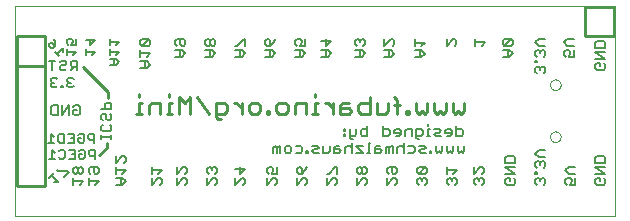
<source format=gbo>
G75*
G70*
%OFA0B0*%
%FSLAX24Y24*%
%IPPOS*%
%LPD*%
%AMOC8*
5,1,8,0,0,1.08239X$1,22.5*
%
%ADD10C,0.0000*%
%ADD11C,0.0070*%
%ADD12C,0.0060*%
%ADD13C,0.0100*%
D10*
X000150Y000150D02*
X000150Y007150D01*
X020150Y007150D01*
X020150Y000150D01*
X000150Y000150D01*
X017973Y002784D02*
X017975Y002810D01*
X017981Y002836D01*
X017991Y002861D01*
X018004Y002884D01*
X018020Y002904D01*
X018040Y002922D01*
X018062Y002937D01*
X018085Y002949D01*
X018111Y002957D01*
X018137Y002961D01*
X018163Y002961D01*
X018189Y002957D01*
X018215Y002949D01*
X018239Y002937D01*
X018260Y002922D01*
X018280Y002904D01*
X018296Y002884D01*
X018309Y002861D01*
X018319Y002836D01*
X018325Y002810D01*
X018327Y002784D01*
X018325Y002758D01*
X018319Y002732D01*
X018309Y002707D01*
X018296Y002684D01*
X018280Y002664D01*
X018260Y002646D01*
X018238Y002631D01*
X018215Y002619D01*
X018189Y002611D01*
X018163Y002607D01*
X018137Y002607D01*
X018111Y002611D01*
X018085Y002619D01*
X018061Y002631D01*
X018040Y002646D01*
X018020Y002664D01*
X018004Y002684D01*
X017991Y002707D01*
X017981Y002732D01*
X017975Y002758D01*
X017973Y002784D01*
X017973Y004516D02*
X017975Y004542D01*
X017981Y004568D01*
X017991Y004593D01*
X018004Y004616D01*
X018020Y004636D01*
X018040Y004654D01*
X018062Y004669D01*
X018085Y004681D01*
X018111Y004689D01*
X018137Y004693D01*
X018163Y004693D01*
X018189Y004689D01*
X018215Y004681D01*
X018239Y004669D01*
X018260Y004654D01*
X018280Y004636D01*
X018296Y004616D01*
X018309Y004593D01*
X018319Y004568D01*
X018325Y004542D01*
X018327Y004516D01*
X018325Y004490D01*
X018319Y004464D01*
X018309Y004439D01*
X018296Y004416D01*
X018280Y004396D01*
X018260Y004378D01*
X018238Y004363D01*
X018215Y004351D01*
X018189Y004343D01*
X018163Y004339D01*
X018137Y004339D01*
X018111Y004343D01*
X018085Y004351D01*
X018061Y004363D01*
X018040Y004378D01*
X018020Y004396D01*
X018004Y004416D01*
X017991Y004439D01*
X017981Y004464D01*
X017975Y004490D01*
X017973Y004516D01*
D11*
X017760Y004896D02*
X017815Y004951D01*
X017815Y005061D01*
X017760Y005116D01*
X017705Y005116D01*
X017650Y005061D01*
X017595Y005116D01*
X017540Y005116D01*
X017485Y005061D01*
X017485Y004951D01*
X017540Y004896D01*
X017650Y005006D02*
X017650Y005061D01*
X017540Y005264D02*
X017540Y005319D01*
X017485Y005319D01*
X017485Y005264D01*
X017540Y005264D01*
X017540Y005448D02*
X017485Y005503D01*
X017485Y005614D01*
X017540Y005669D01*
X017595Y005669D01*
X017650Y005614D01*
X017650Y005558D01*
X017650Y005614D02*
X017705Y005669D01*
X017760Y005669D01*
X017815Y005614D01*
X017815Y005503D01*
X017760Y005448D01*
X018435Y005503D02*
X018490Y005448D01*
X018435Y005503D02*
X018435Y005614D01*
X018490Y005669D01*
X018600Y005669D01*
X018655Y005614D01*
X018655Y005558D01*
X018600Y005448D01*
X018765Y005448D01*
X018765Y005669D01*
X018765Y005817D02*
X018545Y005817D01*
X018435Y005927D01*
X018545Y006037D01*
X018765Y006037D01*
X019485Y005922D02*
X019540Y005977D01*
X019760Y005977D01*
X019815Y005922D01*
X019815Y005757D01*
X019485Y005757D01*
X019485Y005922D01*
X019485Y005609D02*
X019815Y005609D01*
X019815Y005388D02*
X019485Y005609D01*
X019485Y005388D02*
X019815Y005388D01*
X019760Y005240D02*
X019815Y005185D01*
X019815Y005075D01*
X019760Y005020D01*
X019540Y005020D01*
X019485Y005075D01*
X019485Y005185D01*
X019540Y005240D01*
X019650Y005240D01*
X019650Y005130D01*
X017815Y005817D02*
X017595Y005817D01*
X017485Y005927D01*
X017595Y006037D01*
X017815Y006037D01*
X016725Y005982D02*
X016725Y005872D01*
X016670Y005817D01*
X016450Y005817D01*
X016670Y006037D01*
X016450Y006037D01*
X016395Y005982D01*
X016395Y005872D01*
X016450Y005817D01*
X016395Y005669D02*
X016615Y005669D01*
X016725Y005558D01*
X016615Y005448D01*
X016395Y005448D01*
X016560Y005448D02*
X016560Y005669D01*
X016725Y005982D02*
X016670Y006037D01*
X015815Y005927D02*
X015705Y005817D01*
X015485Y005817D02*
X015485Y006037D01*
X015485Y005927D02*
X015815Y005927D01*
X014855Y005982D02*
X014855Y005872D01*
X014800Y005817D01*
X014745Y006037D02*
X014525Y005817D01*
X014525Y006037D01*
X014745Y006037D02*
X014800Y006037D01*
X014855Y005982D01*
X013795Y005917D02*
X013685Y005807D01*
X013465Y005807D02*
X013465Y006027D01*
X013465Y005917D02*
X013795Y005917D01*
X013685Y005659D02*
X013465Y005659D01*
X013630Y005659D02*
X013630Y005438D01*
X013685Y005438D02*
X013795Y005548D01*
X013685Y005659D01*
X013685Y005438D02*
X013465Y005438D01*
X012785Y005548D02*
X012675Y005438D01*
X012455Y005438D01*
X012620Y005438D02*
X012620Y005659D01*
X012675Y005659D02*
X012455Y005659D01*
X012675Y005659D02*
X012785Y005548D01*
X012730Y005807D02*
X012785Y005862D01*
X012785Y005972D01*
X012730Y006027D01*
X012675Y006027D01*
X012455Y005807D01*
X012455Y006027D01*
X011805Y005982D02*
X011805Y005872D01*
X011750Y005817D01*
X011530Y005817D02*
X011475Y005872D01*
X011475Y005982D01*
X011530Y006037D01*
X011585Y006037D01*
X011640Y005982D01*
X011640Y005927D01*
X011640Y005982D02*
X011695Y006037D01*
X011750Y006037D01*
X011805Y005982D01*
X011695Y005669D02*
X011475Y005669D01*
X011640Y005669D02*
X011640Y005448D01*
X011695Y005448D02*
X011805Y005558D01*
X011695Y005669D01*
X011695Y005448D02*
X011475Y005448D01*
X010685Y005558D02*
X010575Y005448D01*
X010355Y005448D01*
X010520Y005448D02*
X010520Y005669D01*
X010575Y005669D02*
X010355Y005669D01*
X010575Y005669D02*
X010685Y005558D01*
X010520Y005817D02*
X010520Y006037D01*
X010355Y005982D02*
X010685Y005982D01*
X010520Y005817D01*
X009805Y005817D02*
X009805Y006037D01*
X009695Y005982D02*
X009640Y006037D01*
X009530Y006037D01*
X009475Y005982D01*
X009475Y005872D01*
X009530Y005817D01*
X009640Y005817D02*
X009695Y005927D01*
X009695Y005982D01*
X009640Y005817D02*
X009805Y005817D01*
X009695Y005669D02*
X009475Y005669D01*
X009640Y005669D02*
X009640Y005448D01*
X009695Y005448D02*
X009805Y005558D01*
X009695Y005669D01*
X009695Y005448D02*
X009475Y005448D01*
X008815Y005558D02*
X008705Y005669D01*
X008485Y005669D01*
X008650Y005669D02*
X008650Y005448D01*
X008705Y005448D02*
X008815Y005558D01*
X008705Y005448D02*
X008485Y005448D01*
X007815Y005558D02*
X007705Y005669D01*
X007485Y005669D01*
X007650Y005669D02*
X007650Y005448D01*
X007705Y005448D02*
X007815Y005558D01*
X007705Y005448D02*
X007485Y005448D01*
X006815Y005558D02*
X006705Y005669D01*
X006485Y005669D01*
X006650Y005669D02*
X006650Y005448D01*
X006705Y005448D02*
X006485Y005448D01*
X006705Y005448D02*
X006815Y005558D01*
X006760Y005817D02*
X006705Y005817D01*
X006650Y005872D01*
X006650Y005982D01*
X006595Y006037D01*
X006540Y006037D01*
X006485Y005982D01*
X006485Y005872D01*
X006540Y005817D01*
X006595Y005817D01*
X006650Y005872D01*
X006650Y005982D02*
X006705Y006037D01*
X006760Y006037D01*
X006815Y005982D01*
X006815Y005872D01*
X006760Y005817D01*
X007485Y005817D02*
X007540Y005817D01*
X007760Y006037D01*
X007815Y006037D01*
X007815Y005817D01*
X008485Y005872D02*
X008485Y005982D01*
X008540Y006037D01*
X008595Y006037D01*
X008650Y005982D01*
X008650Y005817D01*
X008540Y005817D01*
X008485Y005872D01*
X008650Y005817D02*
X008760Y005927D01*
X008815Y006037D01*
X005815Y005982D02*
X005815Y005872D01*
X005760Y005817D01*
X005705Y005817D01*
X005650Y005872D01*
X005650Y006037D01*
X005540Y006037D02*
X005760Y006037D01*
X005815Y005982D01*
X005540Y006037D02*
X005485Y005982D01*
X005485Y005872D01*
X005540Y005817D01*
X005485Y005669D02*
X005705Y005669D01*
X005815Y005558D01*
X005705Y005448D01*
X005485Y005448D01*
X005650Y005448D02*
X005650Y005669D01*
X004645Y005558D02*
X004535Y005448D01*
X004315Y005448D02*
X004315Y005669D01*
X004315Y005558D02*
X004645Y005558D01*
X004590Y005817D02*
X004370Y005817D01*
X004590Y006037D01*
X004370Y006037D01*
X004315Y005982D01*
X004315Y005872D01*
X004370Y005817D01*
X004590Y005817D02*
X004645Y005872D01*
X004645Y005982D01*
X004590Y006037D01*
X004535Y005300D02*
X004315Y005300D01*
X004480Y005300D02*
X004480Y005080D01*
X004535Y005080D02*
X004645Y005190D01*
X004535Y005300D01*
X004535Y005080D02*
X004315Y005080D01*
X002213Y005103D02*
X002048Y005103D01*
X001993Y005158D01*
X001993Y005268D01*
X002048Y005324D01*
X002213Y005324D01*
X002213Y004993D01*
X002103Y005103D02*
X001993Y004993D01*
X001845Y005048D02*
X001790Y004993D01*
X001680Y004993D01*
X001625Y005048D01*
X001625Y005103D01*
X001680Y005158D01*
X001790Y005158D01*
X001845Y005213D01*
X001845Y005268D01*
X001790Y005324D01*
X001680Y005324D01*
X001625Y005268D01*
X001477Y005324D02*
X001257Y005324D01*
X001367Y005324D02*
X001367Y004993D01*
X001388Y004755D02*
X001333Y004700D01*
X001333Y004645D01*
X001388Y004590D01*
X001333Y004535D01*
X001333Y004480D01*
X001388Y004425D01*
X001498Y004425D01*
X001553Y004480D01*
X001682Y004480D02*
X001682Y004425D01*
X001737Y004425D01*
X001737Y004480D01*
X001682Y004480D01*
X001886Y004480D02*
X001941Y004425D01*
X002051Y004425D01*
X002106Y004480D01*
X001996Y004590D02*
X001941Y004590D01*
X001886Y004535D01*
X001886Y004480D01*
X001941Y004590D02*
X001886Y004645D01*
X001886Y004700D01*
X001941Y004755D01*
X002051Y004755D01*
X002106Y004700D01*
X001553Y004700D02*
X001498Y004755D01*
X001388Y004755D01*
X001388Y004590D02*
X001443Y004590D01*
X003125Y003862D02*
X003180Y003917D01*
X003290Y003917D01*
X003345Y003862D01*
X003345Y003697D01*
X003015Y003697D01*
X003125Y003697D02*
X003125Y003862D01*
X003125Y003549D02*
X003070Y003549D01*
X003015Y003494D01*
X003015Y003383D01*
X003070Y003328D01*
X003180Y003383D02*
X003235Y003328D01*
X003290Y003328D01*
X003345Y003383D01*
X003345Y003494D01*
X003290Y003549D01*
X003180Y003494D02*
X003125Y003549D01*
X003180Y003494D02*
X003180Y003383D01*
X003070Y003180D02*
X003015Y003125D01*
X003015Y003015D01*
X003070Y002960D01*
X003290Y002960D01*
X003345Y003015D01*
X003345Y003125D01*
X003290Y003180D01*
X003345Y002825D02*
X003345Y002715D01*
X003345Y002770D02*
X003015Y002770D01*
X003015Y002715D02*
X003015Y002825D01*
X003495Y002142D02*
X003495Y001922D01*
X003715Y002142D01*
X003770Y002142D01*
X003825Y002087D01*
X003825Y001977D01*
X003770Y001922D01*
X003495Y001774D02*
X003495Y001553D01*
X003495Y001663D02*
X003825Y001663D01*
X003715Y001553D01*
X003715Y001405D02*
X003495Y001405D01*
X003660Y001405D02*
X003660Y001185D01*
X003715Y001185D02*
X003825Y001295D01*
X003715Y001405D01*
X003715Y001185D02*
X003495Y001185D01*
X002925Y001295D02*
X002595Y001295D01*
X002595Y001185D02*
X002595Y001405D01*
X002650Y001553D02*
X002595Y001608D01*
X002595Y001718D01*
X002650Y001774D01*
X002870Y001774D01*
X002925Y001718D01*
X002925Y001608D01*
X002870Y001553D01*
X002815Y001553D01*
X002760Y001608D01*
X002760Y001774D01*
X002405Y001718D02*
X002405Y001608D01*
X002350Y001553D01*
X002295Y001553D01*
X002240Y001608D01*
X002240Y001718D01*
X002185Y001774D01*
X002130Y001774D01*
X002075Y001718D01*
X002075Y001608D01*
X002130Y001553D01*
X002185Y001553D01*
X002240Y001608D01*
X002240Y001718D02*
X002295Y001774D01*
X002350Y001774D01*
X002405Y001718D01*
X001923Y001606D02*
X001884Y001644D01*
X001573Y001644D01*
X001534Y001683D01*
X001429Y001579D02*
X001273Y001423D01*
X001351Y001501D02*
X001585Y001267D01*
X001429Y001267D01*
X001767Y001450D02*
X001923Y001606D01*
X002075Y001405D02*
X002075Y001185D01*
X002075Y001295D02*
X002405Y001295D01*
X002295Y001185D01*
X002815Y001185D02*
X002925Y001295D01*
X004695Y001185D02*
X004915Y001405D01*
X004970Y001405D01*
X005025Y001350D01*
X005025Y001240D01*
X004970Y001185D01*
X004695Y001185D02*
X004695Y001405D01*
X004695Y001553D02*
X004695Y001774D01*
X004695Y001663D02*
X005025Y001663D01*
X004915Y001553D01*
X005535Y001553D02*
X005535Y001774D01*
X005755Y001774D02*
X005810Y001774D01*
X005865Y001718D01*
X005865Y001608D01*
X005810Y001553D01*
X005755Y001774D02*
X005535Y001553D01*
X005535Y001405D02*
X005535Y001185D01*
X005755Y001405D01*
X005810Y001405D01*
X005865Y001350D01*
X005865Y001240D01*
X005810Y001185D01*
X006535Y001185D02*
X006755Y001405D01*
X006810Y001405D01*
X006865Y001350D01*
X006865Y001240D01*
X006810Y001185D01*
X006535Y001185D02*
X006535Y001405D01*
X006590Y001553D02*
X006535Y001608D01*
X006535Y001718D01*
X006590Y001774D01*
X006645Y001774D01*
X006700Y001718D01*
X006700Y001663D01*
X006700Y001718D02*
X006755Y001774D01*
X006810Y001774D01*
X006865Y001718D01*
X006865Y001608D01*
X006810Y001553D01*
X007475Y001405D02*
X007475Y001185D01*
X007695Y001405D01*
X007750Y001405D01*
X007805Y001350D01*
X007805Y001240D01*
X007750Y001185D01*
X008535Y001185D02*
X008755Y001405D01*
X008810Y001405D01*
X008865Y001350D01*
X008865Y001240D01*
X008810Y001185D01*
X008535Y001185D02*
X008535Y001405D01*
X008590Y001553D02*
X008535Y001608D01*
X008535Y001718D01*
X008590Y001774D01*
X008700Y001774D01*
X008755Y001718D01*
X008755Y001663D01*
X008700Y001553D01*
X008865Y001553D01*
X008865Y001774D01*
X009535Y001718D02*
X009535Y001608D01*
X009590Y001553D01*
X009700Y001553D01*
X009700Y001718D01*
X009645Y001774D01*
X009590Y001774D01*
X009535Y001718D01*
X009700Y001553D02*
X009810Y001663D01*
X009865Y001774D01*
X010535Y001553D02*
X010590Y001553D01*
X010810Y001774D01*
X010865Y001774D01*
X010865Y001553D01*
X010810Y001405D02*
X010755Y001405D01*
X010535Y001185D01*
X010535Y001405D01*
X010810Y001405D02*
X010865Y001350D01*
X010865Y001240D01*
X010810Y001185D01*
X011535Y001185D02*
X011535Y001405D01*
X011535Y001185D02*
X011755Y001405D01*
X011810Y001405D01*
X011865Y001350D01*
X011865Y001240D01*
X011810Y001185D01*
X012535Y001185D02*
X012535Y001405D01*
X012535Y001185D02*
X012755Y001405D01*
X012810Y001405D01*
X012865Y001350D01*
X012865Y001240D01*
X012810Y001185D01*
X013535Y001240D02*
X013590Y001185D01*
X013535Y001240D02*
X013535Y001350D01*
X013590Y001405D01*
X013645Y001405D01*
X013700Y001350D01*
X013700Y001295D01*
X013700Y001350D02*
X013755Y001405D01*
X013810Y001405D01*
X013865Y001350D01*
X013865Y001240D01*
X013810Y001185D01*
X014535Y001240D02*
X014590Y001185D01*
X014535Y001240D02*
X014535Y001350D01*
X014590Y001405D01*
X014645Y001405D01*
X014700Y001350D01*
X014700Y001295D01*
X014700Y001350D02*
X014755Y001405D01*
X014810Y001405D01*
X014865Y001350D01*
X014865Y001240D01*
X014810Y001185D01*
X015435Y001240D02*
X015490Y001185D01*
X015435Y001240D02*
X015435Y001350D01*
X015490Y001405D01*
X015545Y001405D01*
X015600Y001350D01*
X015600Y001295D01*
X015600Y001350D02*
X015655Y001405D01*
X015710Y001405D01*
X015765Y001350D01*
X015765Y001240D01*
X015710Y001185D01*
X016485Y001240D02*
X016485Y001350D01*
X016540Y001405D01*
X016650Y001405D01*
X016650Y001295D01*
X016540Y001185D02*
X016485Y001240D01*
X016540Y001185D02*
X016760Y001185D01*
X016815Y001240D01*
X016815Y001350D01*
X016760Y001405D01*
X016815Y001553D02*
X016485Y001553D01*
X016485Y001774D02*
X016815Y001553D01*
X016815Y001774D02*
X016485Y001774D01*
X016485Y001922D02*
X016485Y002087D01*
X016540Y002142D01*
X016760Y002142D01*
X016815Y002087D01*
X016815Y001922D01*
X016485Y001922D01*
X015765Y001718D02*
X015765Y001608D01*
X015710Y001553D01*
X015655Y001774D02*
X015435Y001553D01*
X015435Y001774D01*
X015655Y001774D02*
X015710Y001774D01*
X015765Y001718D01*
X014865Y001663D02*
X014535Y001663D01*
X014535Y001553D02*
X014535Y001774D01*
X014755Y001553D02*
X014865Y001663D01*
X013865Y001608D02*
X013810Y001553D01*
X013590Y001553D01*
X013810Y001774D01*
X013590Y001774D01*
X013535Y001718D01*
X013535Y001608D01*
X013590Y001553D01*
X013865Y001608D02*
X013865Y001718D01*
X013810Y001774D01*
X012865Y001718D02*
X012865Y001608D01*
X012810Y001553D01*
X012755Y001553D01*
X012700Y001608D01*
X012700Y001774D01*
X012590Y001774D02*
X012810Y001774D01*
X012865Y001718D01*
X012590Y001774D02*
X012535Y001718D01*
X012535Y001608D01*
X012590Y001553D01*
X011865Y001608D02*
X011810Y001553D01*
X011755Y001553D01*
X011700Y001608D01*
X011700Y001718D01*
X011645Y001774D01*
X011590Y001774D01*
X011535Y001718D01*
X011535Y001608D01*
X011590Y001553D01*
X011645Y001553D01*
X011700Y001608D01*
X011700Y001718D02*
X011755Y001774D01*
X011810Y001774D01*
X011865Y001718D01*
X011865Y001608D01*
X009865Y001350D02*
X009865Y001240D01*
X009810Y001185D01*
X009865Y001350D02*
X009810Y001405D01*
X009755Y001405D01*
X009535Y001185D01*
X009535Y001405D01*
X007805Y001718D02*
X007640Y001553D01*
X007640Y001774D01*
X007475Y001718D02*
X007805Y001718D01*
X002300Y003550D02*
X002245Y003495D01*
X002135Y003495D01*
X002080Y003550D01*
X002080Y003660D01*
X002190Y003660D01*
X002300Y003770D02*
X002300Y003550D01*
X001932Y003495D02*
X001932Y003825D01*
X001711Y003495D01*
X001711Y003825D01*
X001563Y003825D02*
X001398Y003825D01*
X001343Y003770D01*
X001343Y003550D01*
X001398Y003495D01*
X001563Y003495D01*
X001563Y003825D01*
X002080Y003770D02*
X002135Y003825D01*
X002245Y003825D01*
X002300Y003770D01*
X017485Y002216D02*
X017595Y002106D01*
X017815Y002106D01*
X017760Y001958D02*
X017705Y001958D01*
X017650Y001903D01*
X017595Y001958D01*
X017540Y001958D01*
X017485Y001903D01*
X017485Y001793D01*
X017540Y001737D01*
X017540Y001608D02*
X017485Y001608D01*
X017485Y001553D01*
X017540Y001553D01*
X017540Y001608D01*
X017760Y001737D02*
X017815Y001793D01*
X017815Y001903D01*
X017760Y001958D01*
X017650Y001903D02*
X017650Y001848D01*
X017485Y002216D02*
X017595Y002326D01*
X017815Y002326D01*
X018485Y001663D02*
X018595Y001774D01*
X018815Y001774D01*
X018595Y001553D02*
X018485Y001663D01*
X018595Y001553D02*
X018815Y001553D01*
X018815Y001405D02*
X018815Y001185D01*
X018650Y001185D01*
X018705Y001295D01*
X018705Y001350D01*
X018650Y001405D01*
X018540Y001405D01*
X018485Y001350D01*
X018485Y001240D01*
X018540Y001185D01*
X017815Y001240D02*
X017815Y001350D01*
X017760Y001405D01*
X017705Y001405D01*
X017650Y001350D01*
X017595Y001405D01*
X017540Y001405D01*
X017485Y001350D01*
X017485Y001240D01*
X017540Y001185D01*
X017650Y001295D02*
X017650Y001350D01*
X017760Y001185D02*
X017815Y001240D01*
X019485Y001240D02*
X019485Y001350D01*
X019540Y001405D01*
X019650Y001405D01*
X019650Y001295D01*
X019540Y001185D02*
X019485Y001240D01*
X019540Y001185D02*
X019760Y001185D01*
X019815Y001240D01*
X019815Y001350D01*
X019760Y001405D01*
X019815Y001553D02*
X019485Y001553D01*
X019485Y001774D02*
X019815Y001553D01*
X019815Y001774D02*
X019485Y001774D01*
X019485Y001922D02*
X019485Y002087D01*
X019540Y002142D01*
X019760Y002142D01*
X019815Y002087D01*
X019815Y001922D01*
X019485Y001922D01*
D12*
X015120Y002307D02*
X015063Y002250D01*
X015007Y002307D01*
X014950Y002250D01*
X014893Y002307D01*
X014893Y002477D01*
X014752Y002477D02*
X014752Y002307D01*
X014695Y002250D01*
X014638Y002307D01*
X014582Y002250D01*
X014525Y002307D01*
X014525Y002477D01*
X014383Y002477D02*
X014383Y002307D01*
X014327Y002250D01*
X014270Y002307D01*
X014213Y002250D01*
X014157Y002307D01*
X014157Y002477D01*
X013831Y002420D02*
X013774Y002477D01*
X013604Y002477D01*
X013661Y002363D02*
X013774Y002363D01*
X013831Y002420D01*
X013661Y002363D02*
X013604Y002307D01*
X013661Y002250D01*
X013831Y002250D01*
X013958Y002250D02*
X014015Y002250D01*
X014015Y002307D01*
X013958Y002307D01*
X013958Y002250D01*
X013463Y002307D02*
X013406Y002250D01*
X013236Y002250D01*
X013094Y002250D02*
X013094Y002590D01*
X013038Y002477D02*
X012924Y002477D01*
X012867Y002420D01*
X012867Y002250D01*
X012726Y002250D02*
X012726Y002477D01*
X012669Y002477D01*
X012613Y002420D01*
X012556Y002477D01*
X012499Y002420D01*
X012499Y002250D01*
X012613Y002250D02*
X012613Y002420D01*
X012358Y002307D02*
X012301Y002363D01*
X012131Y002363D01*
X012131Y002420D02*
X012131Y002250D01*
X012301Y002250D01*
X012358Y002307D01*
X011989Y002250D02*
X011876Y002250D01*
X011933Y002250D02*
X011933Y002590D01*
X011989Y002590D01*
X012131Y002420D02*
X012187Y002477D01*
X012301Y002477D01*
X011744Y002477D02*
X011517Y002477D01*
X011744Y002250D01*
X011517Y002250D01*
X011375Y002250D02*
X011375Y002590D01*
X011349Y002697D02*
X011406Y002697D01*
X011349Y002697D02*
X011293Y002753D01*
X011293Y003037D01*
X011151Y003037D02*
X011151Y002980D01*
X011095Y002980D01*
X011095Y003037D01*
X011151Y003037D01*
X011151Y002867D02*
X011151Y002810D01*
X011095Y002810D01*
X011095Y002867D01*
X011151Y002867D01*
X011293Y002810D02*
X011463Y002810D01*
X011520Y002867D01*
X011520Y003037D01*
X011661Y002980D02*
X011718Y003037D01*
X011888Y003037D01*
X011661Y002980D02*
X011661Y002867D01*
X011718Y002810D01*
X011888Y002810D01*
X011888Y003150D01*
X012398Y003150D02*
X012398Y002810D01*
X012568Y002810D01*
X012625Y002867D01*
X012625Y002980D01*
X012568Y003037D01*
X012398Y003037D01*
X012766Y002980D02*
X012766Y002923D01*
X012993Y002923D01*
X012993Y002867D02*
X012993Y002980D01*
X012936Y003037D01*
X012823Y003037D01*
X012766Y002980D01*
X012823Y002810D02*
X012936Y002810D01*
X012993Y002867D01*
X013134Y002810D02*
X013134Y002980D01*
X013191Y003037D01*
X013361Y003037D01*
X013361Y002810D01*
X013503Y002810D02*
X013673Y002810D01*
X013730Y002867D01*
X013730Y002980D01*
X013673Y003037D01*
X013503Y003037D01*
X013503Y002753D01*
X013559Y002697D01*
X013616Y002697D01*
X013862Y002810D02*
X013975Y002810D01*
X013918Y002810D02*
X013918Y003037D01*
X013975Y003037D01*
X014117Y003037D02*
X014287Y003037D01*
X014343Y002980D01*
X014287Y002923D01*
X014173Y002923D01*
X014117Y002867D01*
X014173Y002810D01*
X014343Y002810D01*
X014542Y002810D02*
X014655Y002810D01*
X014712Y002867D01*
X014712Y002980D01*
X014655Y003037D01*
X014542Y003037D01*
X014485Y002980D01*
X014485Y002923D01*
X014712Y002923D01*
X014853Y003037D02*
X015023Y003037D01*
X015080Y002980D01*
X015080Y002867D01*
X015023Y002810D01*
X014853Y002810D01*
X014853Y003150D01*
X013918Y003150D02*
X013918Y003207D01*
X013406Y002477D02*
X013236Y002477D01*
X013094Y002420D02*
X013038Y002477D01*
X013406Y002477D02*
X013463Y002420D01*
X013463Y002307D01*
X015120Y002307D02*
X015120Y002477D01*
X011375Y002420D02*
X011319Y002477D01*
X011205Y002477D01*
X011149Y002420D01*
X011149Y002250D01*
X011007Y002307D02*
X010950Y002363D01*
X010780Y002363D01*
X010780Y002420D02*
X010780Y002250D01*
X010950Y002250D01*
X011007Y002307D01*
X010950Y002477D02*
X010837Y002477D01*
X010780Y002420D01*
X010639Y002477D02*
X010639Y002307D01*
X010582Y002250D01*
X010412Y002250D01*
X010412Y002477D01*
X010271Y002420D02*
X010214Y002363D01*
X010100Y002363D01*
X010044Y002307D01*
X010100Y002250D01*
X010271Y002250D01*
X009902Y002250D02*
X009845Y002250D01*
X009845Y002307D01*
X009902Y002307D01*
X009902Y002250D01*
X009718Y002307D02*
X009661Y002250D01*
X009491Y002250D01*
X009350Y002307D02*
X009293Y002250D01*
X009180Y002250D01*
X009123Y002307D01*
X009123Y002420D01*
X009180Y002477D01*
X009293Y002477D01*
X009350Y002420D01*
X009350Y002307D01*
X009718Y002307D02*
X009718Y002420D01*
X009661Y002477D01*
X009491Y002477D01*
X008981Y002477D02*
X008925Y002477D01*
X008868Y002420D01*
X008811Y002477D01*
X008755Y002420D01*
X008755Y002250D01*
X008868Y002250D02*
X008868Y002420D01*
X008981Y002477D02*
X008981Y002250D01*
X010044Y002477D02*
X010214Y002477D01*
X010271Y002420D01*
X002797Y002350D02*
X002797Y002050D01*
X002797Y002150D02*
X002647Y002150D01*
X002597Y002200D01*
X002597Y002300D01*
X002647Y002350D01*
X002797Y002350D01*
X002466Y002300D02*
X002466Y002100D01*
X002416Y002050D01*
X002316Y002050D01*
X002266Y002100D01*
X002266Y002200D01*
X002366Y002200D01*
X002466Y002300D02*
X002416Y002350D01*
X002316Y002350D01*
X002266Y002300D01*
X002134Y002350D02*
X002134Y002050D01*
X001934Y002050D01*
X001803Y002100D02*
X001753Y002050D01*
X001653Y002050D01*
X001603Y002100D01*
X001471Y002050D02*
X001271Y002050D01*
X001371Y002050D02*
X001371Y002350D01*
X001471Y002250D01*
X001603Y002300D02*
X001653Y002350D01*
X001753Y002350D01*
X001803Y002300D01*
X001803Y002100D01*
X002034Y002200D02*
X002134Y002200D01*
X002134Y002350D02*
X001934Y002350D01*
X001914Y002590D02*
X002114Y002590D01*
X002114Y002890D01*
X001914Y002890D01*
X001783Y002890D02*
X001633Y002890D01*
X001583Y002840D01*
X001583Y002640D01*
X001633Y002590D01*
X001783Y002590D01*
X001783Y002890D01*
X001451Y002790D02*
X001351Y002890D01*
X001351Y002590D01*
X001451Y002590D02*
X001251Y002590D01*
X002014Y002740D02*
X002114Y002740D01*
X002246Y002740D02*
X002246Y002640D01*
X002296Y002590D01*
X002396Y002590D01*
X002446Y002640D01*
X002446Y002840D01*
X002396Y002890D01*
X002296Y002890D01*
X002246Y002840D01*
X002246Y002740D02*
X002346Y002740D01*
X002577Y002740D02*
X002627Y002690D01*
X002777Y002690D01*
X002777Y002590D02*
X002777Y002890D01*
X002627Y002890D01*
X002577Y002840D01*
X002577Y002740D01*
X003290Y005186D02*
X003490Y005186D01*
X003590Y005286D01*
X003490Y005386D01*
X003290Y005386D01*
X003440Y005386D02*
X003440Y005186D01*
X003490Y005517D02*
X003590Y005617D01*
X003290Y005617D01*
X003290Y005517D02*
X003290Y005717D01*
X003290Y005849D02*
X003290Y006049D01*
X003290Y005949D02*
X003590Y005949D01*
X003490Y005849D01*
X002790Y005999D02*
X002640Y005849D01*
X002640Y006049D01*
X002490Y005999D02*
X002790Y005999D01*
X002169Y006050D02*
X002169Y005850D01*
X002019Y005850D01*
X002069Y005950D01*
X002069Y006000D01*
X002019Y006050D01*
X001919Y006050D01*
X001869Y006000D01*
X001869Y005900D01*
X001919Y005850D01*
X001869Y005718D02*
X001869Y005518D01*
X001869Y005618D02*
X002169Y005618D01*
X002069Y005518D01*
X001747Y005604D02*
X001747Y005745D01*
X001535Y005533D01*
X001605Y005462D02*
X001464Y005604D01*
X001406Y005732D02*
X001336Y005732D01*
X001265Y005803D01*
X001265Y005873D01*
X001300Y005909D01*
X001371Y005909D01*
X001477Y005803D01*
X001406Y005732D01*
X001477Y005803D02*
X001477Y005944D01*
X001442Y006050D01*
X002490Y005717D02*
X002490Y005517D01*
X002490Y005617D02*
X002790Y005617D01*
X002690Y005517D01*
D13*
X002410Y005110D02*
X003230Y004290D01*
X003230Y004070D01*
X004270Y004110D02*
X004270Y004204D01*
X004270Y003924D02*
X004270Y003550D01*
X004177Y003550D02*
X004364Y003550D01*
X004598Y003550D02*
X004598Y003830D01*
X004691Y003924D01*
X004971Y003924D01*
X004971Y003550D01*
X005190Y003550D02*
X005376Y003550D01*
X005283Y003550D02*
X005283Y003924D01*
X005376Y003924D01*
X005611Y004110D02*
X005797Y003924D01*
X005984Y004110D01*
X005984Y003550D01*
X005611Y003550D02*
X005611Y004110D01*
X005283Y004110D02*
X005283Y004204D01*
X006218Y004110D02*
X006592Y003550D01*
X006826Y003550D02*
X007106Y003550D01*
X007200Y003643D01*
X007200Y003830D01*
X007106Y003924D01*
X006826Y003924D01*
X006826Y003457D01*
X006919Y003363D01*
X007013Y003363D01*
X007706Y003550D02*
X007706Y003924D01*
X007519Y003924D02*
X007426Y003924D01*
X007519Y003924D02*
X007706Y003737D01*
X007940Y003830D02*
X007940Y003643D01*
X008034Y003550D01*
X008220Y003550D01*
X008314Y003643D01*
X008314Y003830D01*
X008220Y003924D01*
X008034Y003924D01*
X007940Y003830D01*
X008524Y003643D02*
X008524Y003550D01*
X008618Y003550D01*
X008618Y003643D01*
X008524Y003643D01*
X008852Y003643D02*
X008852Y003830D01*
X008945Y003924D01*
X009132Y003924D01*
X009225Y003830D01*
X009225Y003643D01*
X009132Y003550D01*
X008945Y003550D01*
X008852Y003643D01*
X009459Y003550D02*
X009459Y003830D01*
X009553Y003924D01*
X009833Y003924D01*
X009833Y003550D01*
X010051Y003550D02*
X010238Y003550D01*
X010145Y003550D02*
X010145Y003924D01*
X010238Y003924D01*
X010464Y003924D02*
X010558Y003924D01*
X010745Y003737D01*
X010745Y003550D02*
X010745Y003924D01*
X010979Y003830D02*
X010979Y003550D01*
X011259Y003550D01*
X011352Y003643D01*
X011259Y003737D01*
X010979Y003737D01*
X010979Y003830D02*
X011072Y003924D01*
X011259Y003924D01*
X011586Y003830D02*
X011680Y003924D01*
X011960Y003924D01*
X011586Y003830D02*
X011586Y003643D01*
X011680Y003550D01*
X011960Y003550D01*
X011960Y004110D01*
X012194Y003924D02*
X012194Y003550D01*
X012474Y003550D01*
X012568Y003643D01*
X012568Y003924D01*
X012786Y003830D02*
X012973Y003830D01*
X012880Y004017D02*
X012786Y004110D01*
X012880Y004017D02*
X012880Y003550D01*
X013183Y003550D02*
X013183Y003643D01*
X013277Y003643D01*
X013277Y003550D01*
X013183Y003550D01*
X013511Y003643D02*
X013511Y003924D01*
X013885Y003924D02*
X013885Y003643D01*
X013791Y003550D01*
X013698Y003643D01*
X013604Y003550D01*
X013511Y003643D01*
X014119Y003643D02*
X014119Y003924D01*
X014492Y003924D02*
X014492Y003643D01*
X014399Y003550D01*
X014305Y003643D01*
X014212Y003550D01*
X014119Y003643D01*
X014726Y003643D02*
X014726Y003924D01*
X015100Y003924D02*
X015100Y003643D01*
X015007Y003550D01*
X014913Y003643D01*
X014820Y003550D01*
X014726Y003643D01*
X010145Y004110D02*
X010145Y004204D01*
X004364Y003924D02*
X004270Y003924D01*
X002410Y005110D02*
X002390Y005110D01*
X001150Y005150D02*
X001150Y001150D01*
X000210Y001150D01*
X000210Y005150D01*
X000210Y006150D01*
X001150Y006150D01*
X001150Y005150D01*
X000210Y005150D01*
X000190Y005150D01*
X003190Y002590D02*
X003190Y002410D01*
X002950Y002170D01*
X000210Y001150D02*
X000190Y001150D01*
X019150Y006150D02*
X019150Y007110D01*
X020110Y007110D01*
X020110Y006150D01*
X019150Y006150D01*
M02*

</source>
